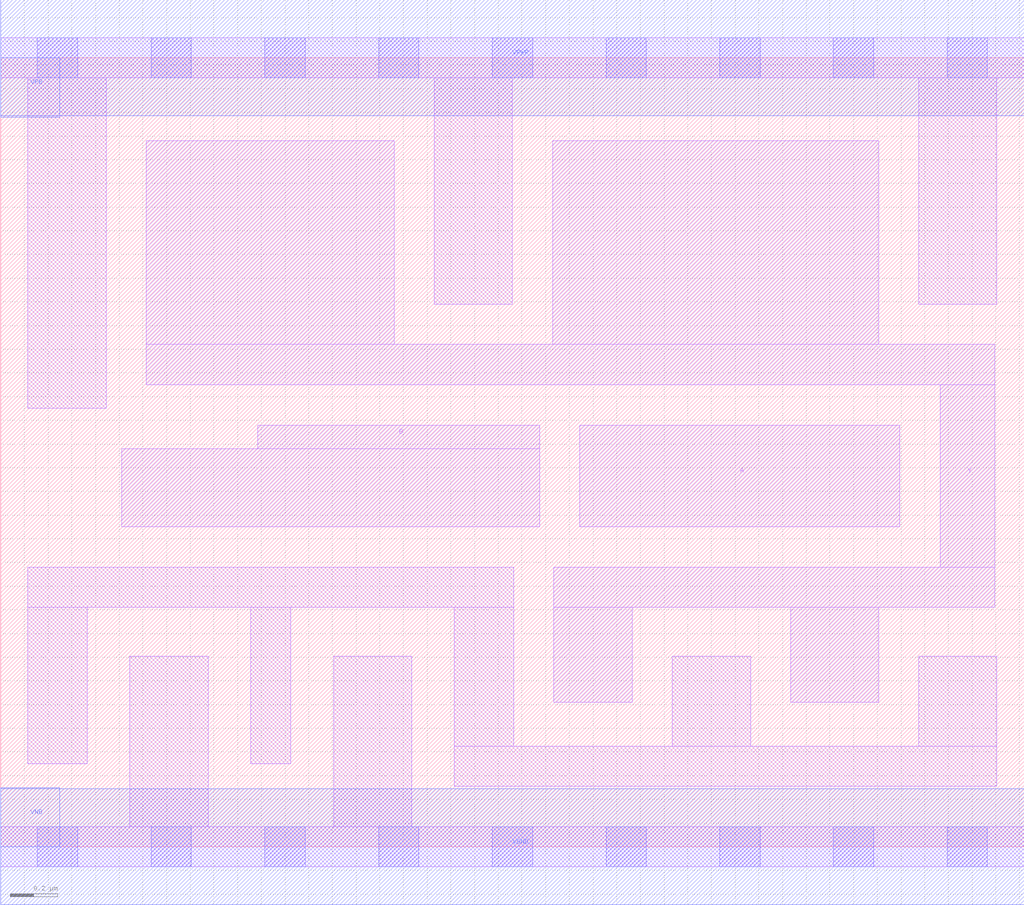
<source format=lef>
# Copyright 2020 The SkyWater PDK Authors
#
# Licensed under the Apache License, Version 2.0 (the "License");
# you may not use this file except in compliance with the License.
# You may obtain a copy of the License at
#
#     https://www.apache.org/licenses/LICENSE-2.0
#
# Unless required by applicable law or agreed to in writing, software
# distributed under the License is distributed on an "AS IS" BASIS,
# WITHOUT WARRANTIES OR CONDITIONS OF ANY KIND, either express or implied.
# See the License for the specific language governing permissions and
# limitations under the License.
#
# SPDX-License-Identifier: Apache-2.0

VERSION 5.5 ;
NAMESCASESENSITIVE ON ;
BUSBITCHARS "[]" ;
DIVIDERCHAR "/" ;
MACRO sky130_fd_sc_hs__nand2_4
  CLASS CORE ;
  SOURCE USER ;
  ORIGIN  0.000000  0.000000 ;
  SIZE  4.320000 BY  3.330000 ;
  SYMMETRY X Y ;
  SITE unit ;
  PIN A
    ANTENNAGATEAREA  0.780000 ;
    DIRECTION INPUT ;
    USE SIGNAL ;
    PORT
      LAYER li1 ;
        RECT 2.445000 1.350000 3.795000 1.780000 ;
    END
  END A
  PIN B
    ANTENNAGATEAREA  0.780000 ;
    DIRECTION INPUT ;
    USE SIGNAL ;
    PORT
      LAYER li1 ;
        RECT 0.510000 1.350000 2.275000 1.680000 ;
        RECT 1.085000 1.680000 2.275000 1.780000 ;
    END
  END B
  PIN Y
    ANTENNADIFFAREA  3.286100 ;
    DIRECTION OUTPUT ;
    USE SIGNAL ;
    PORT
      LAYER li1 ;
        RECT 0.615000 1.950000 4.195000 2.120000 ;
        RECT 0.615000 2.120000 1.660000 2.980000 ;
        RECT 2.330000 2.120000 3.705000 2.980000 ;
        RECT 2.335000 0.610000 2.665000 1.010000 ;
        RECT 2.335000 1.010000 4.195000 1.180000 ;
        RECT 3.335000 0.610000 3.705000 1.010000 ;
        RECT 3.965000 1.180000 4.195000 1.950000 ;
    END
  END Y
  PIN VGND
    DIRECTION INOUT ;
    USE GROUND ;
    PORT
      LAYER met1 ;
        RECT 0.000000 -0.245000 4.320000 0.245000 ;
    END
  END VGND
  PIN VNB
    DIRECTION INOUT ;
    USE GROUND ;
    PORT
    END
  END VNB
  PIN VPB
    DIRECTION INOUT ;
    USE POWER ;
    PORT
    END
  END VPB
  PIN VNB
    DIRECTION INOUT ;
    USE GROUND ;
    PORT
      LAYER met1 ;
        RECT 0.000000 0.000000 0.250000 0.250000 ;
    END
  END VNB
  PIN VPB
    DIRECTION INOUT ;
    USE POWER ;
    PORT
      LAYER met1 ;
        RECT 0.000000 3.080000 0.250000 3.330000 ;
    END
  END VPB
  PIN VPWR
    DIRECTION INOUT ;
    USE POWER ;
    PORT
      LAYER met1 ;
        RECT 0.000000 3.085000 4.320000 3.575000 ;
    END
  END VPWR
  OBS
    LAYER li1 ;
      RECT 0.000000 -0.085000 4.320000 0.085000 ;
      RECT 0.000000  3.245000 4.320000 3.415000 ;
      RECT 0.115000  0.350000 0.365000 1.010000 ;
      RECT 0.115000  1.010000 2.165000 1.180000 ;
      RECT 0.115000  1.850000 0.445000 3.245000 ;
      RECT 0.545000  0.085000 0.875000 0.805000 ;
      RECT 1.055000  0.350000 1.225000 1.010000 ;
      RECT 1.405000  0.085000 1.735000 0.805000 ;
      RECT 1.830000  2.290000 2.160000 3.245000 ;
      RECT 1.915000  0.255000 4.205000 0.425000 ;
      RECT 1.915000  0.425000 2.165000 1.010000 ;
      RECT 2.835000  0.425000 3.165000 0.805000 ;
      RECT 3.875000  0.425000 4.205000 0.805000 ;
      RECT 3.875000  2.290000 4.205000 3.245000 ;
    LAYER mcon ;
      RECT 0.155000 -0.085000 0.325000 0.085000 ;
      RECT 0.155000  3.245000 0.325000 3.415000 ;
      RECT 0.635000 -0.085000 0.805000 0.085000 ;
      RECT 0.635000  3.245000 0.805000 3.415000 ;
      RECT 1.115000 -0.085000 1.285000 0.085000 ;
      RECT 1.115000  3.245000 1.285000 3.415000 ;
      RECT 1.595000 -0.085000 1.765000 0.085000 ;
      RECT 1.595000  3.245000 1.765000 3.415000 ;
      RECT 2.075000 -0.085000 2.245000 0.085000 ;
      RECT 2.075000  3.245000 2.245000 3.415000 ;
      RECT 2.555000 -0.085000 2.725000 0.085000 ;
      RECT 2.555000  3.245000 2.725000 3.415000 ;
      RECT 3.035000 -0.085000 3.205000 0.085000 ;
      RECT 3.035000  3.245000 3.205000 3.415000 ;
      RECT 3.515000 -0.085000 3.685000 0.085000 ;
      RECT 3.515000  3.245000 3.685000 3.415000 ;
      RECT 3.995000 -0.085000 4.165000 0.085000 ;
      RECT 3.995000  3.245000 4.165000 3.415000 ;
  END
END sky130_fd_sc_hs__nand2_4
END LIBRARY

</source>
